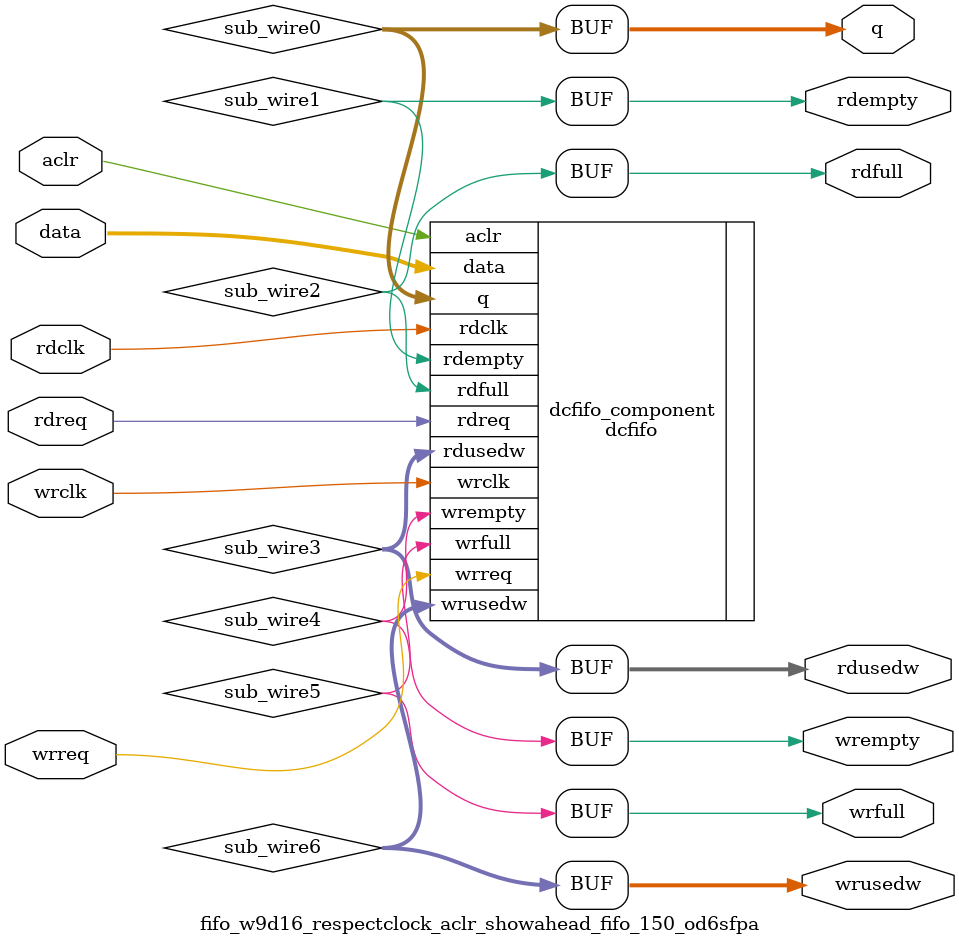
<source format=v>



`timescale 1 ps / 1 ps
// synopsys translate_on
module  fifo_w9d16_respectclock_aclr_showahead_fifo_150_od6sfpa  (
    aclr,
    data,
    rdclk,
    rdreq,
    wrclk,
    wrreq,
    q,
    rdempty,
    rdfull,
    rdusedw,
    wrempty,
    wrfull,
    wrusedw);

    input    aclr;
    input  [8:0]  data;
    input    rdclk;
    input    rdreq;
    input    wrclk;
    input    wrreq;
    output [8:0]  q;
    output   rdempty;
    output   rdfull;
    output [3:0]  rdusedw;
    output   wrempty;
    output   wrfull;
    output [3:0]  wrusedw;
`ifndef ALTERA_RESERVED_QIS
// synopsys translate_off
`endif
    tri0     aclr;
`ifndef ALTERA_RESERVED_QIS
// synopsys translate_on
`endif

    wire [8:0] sub_wire0;
    wire  sub_wire1;
    wire  sub_wire2;
    wire [3:0] sub_wire3;
    wire  sub_wire4;
    wire  sub_wire5;
    wire [3:0] sub_wire6;
    wire [8:0] q = sub_wire0[8:0];
    wire  rdempty = sub_wire1;
    wire  rdfull = sub_wire2;
    wire [3:0] rdusedw = sub_wire3[3:0];
    wire  wrempty = sub_wire4;
    wire  wrfull = sub_wire5;
    wire [3:0] wrusedw = sub_wire6[3:0];

    dcfifo  dcfifo_component (
                .aclr (aclr),
                .data (data),
                .rdclk (rdclk),
                .rdreq (rdreq),
                .wrclk (wrclk),
                .wrreq (wrreq),
                .q (sub_wire0),
                .rdempty (sub_wire1),
                .rdfull (sub_wire2),
                .rdusedw (sub_wire3),
                .wrempty (sub_wire4),
                .wrfull (sub_wire5),
                .wrusedw (sub_wire6));
    defparam
        dcfifo_component.intended_device_family  = "Arria 10",
        dcfifo_component.lpm_numwords  = 16,
        dcfifo_component.lpm_showahead  = "ON",
        dcfifo_component.lpm_type  = "dcfifo",
        dcfifo_component.lpm_width  = 9,
        dcfifo_component.lpm_widthu  = 4,
        dcfifo_component.overflow_checking  = "ON",
        dcfifo_component.rdsync_delaypipe  = 4,
        dcfifo_component.read_aclr_synch  = "OFF",
        dcfifo_component.underflow_checking  = "ON",
        dcfifo_component.use_eab  = "ON",
        dcfifo_component.write_aclr_synch  = "OFF",
        dcfifo_component.wrsync_delaypipe  = 4;


endmodule



</source>
